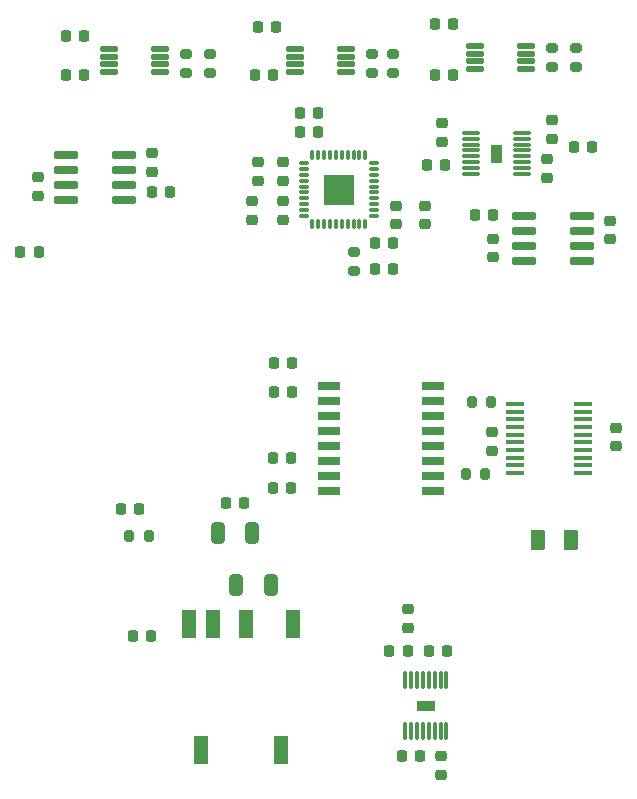
<source format=gtp>
G04 #@! TF.GenerationSoftware,KiCad,Pcbnew,7.0.10*
G04 #@! TF.CreationDate,2024-08-04T13:32:26-04:00*
G04 #@! TF.ProjectId,accessoryidk,61636365-7373-46f7-9279-69646b2e6b69,rev?*
G04 #@! TF.SameCoordinates,Original*
G04 #@! TF.FileFunction,Paste,Top*
G04 #@! TF.FilePolarity,Positive*
%FSLAX46Y46*%
G04 Gerber Fmt 4.6, Leading zero omitted, Abs format (unit mm)*
G04 Created by KiCad (PCBNEW 7.0.10) date 2024-08-04 13:32:26*
%MOMM*%
%LPD*%
G01*
G04 APERTURE LIST*
G04 Aperture macros list*
%AMRoundRect*
0 Rectangle with rounded corners*
0 $1 Rounding radius*
0 $2 $3 $4 $5 $6 $7 $8 $9 X,Y pos of 4 corners*
0 Add a 4 corners polygon primitive as box body*
4,1,4,$2,$3,$4,$5,$6,$7,$8,$9,$2,$3,0*
0 Add four circle primitives for the rounded corners*
1,1,$1+$1,$2,$3*
1,1,$1+$1,$4,$5*
1,1,$1+$1,$6,$7*
1,1,$1+$1,$8,$9*
0 Add four rect primitives between the rounded corners*
20,1,$1+$1,$2,$3,$4,$5,0*
20,1,$1+$1,$4,$5,$6,$7,0*
20,1,$1+$1,$6,$7,$8,$9,0*
20,1,$1+$1,$8,$9,$2,$3,0*%
G04 Aperture macros list end*
%ADD10C,0.010000*%
%ADD11RoundRect,0.218750X-0.256250X0.218750X-0.256250X-0.218750X0.256250X-0.218750X0.256250X0.218750X0*%
%ADD12RoundRect,0.225000X0.225000X0.250000X-0.225000X0.250000X-0.225000X-0.250000X0.225000X-0.250000X0*%
%ADD13RoundRect,0.225000X-0.250000X0.225000X-0.250000X-0.225000X0.250000X-0.225000X0.250000X0.225000X0*%
%ADD14RoundRect,0.225000X0.250000X-0.225000X0.250000X0.225000X-0.250000X0.225000X-0.250000X-0.225000X0*%
%ADD15RoundRect,0.200000X0.275000X-0.200000X0.275000X0.200000X-0.275000X0.200000X-0.275000X-0.200000X0*%
%ADD16RoundRect,0.075000X0.910000X0.225000X-0.910000X0.225000X-0.910000X-0.225000X0.910000X-0.225000X0*%
%ADD17RoundRect,0.225000X-0.225000X-0.250000X0.225000X-0.250000X0.225000X0.250000X-0.225000X0.250000X0*%
%ADD18RoundRect,0.032500X-0.372500X-0.097500X0.372500X-0.097500X0.372500X0.097500X-0.372500X0.097500X0*%
%ADD19RoundRect,0.032500X-0.097500X-0.372500X0.097500X-0.372500X0.097500X0.372500X-0.097500X0.372500X0*%
%ADD20RoundRect,0.060000X0.675000X0.180000X-0.675000X0.180000X-0.675000X-0.180000X0.675000X-0.180000X0*%
%ADD21R,1.910000X0.640000*%
%ADD22RoundRect,0.218750X0.218750X0.256250X-0.218750X0.256250X-0.218750X-0.256250X0.218750X-0.256250X0*%
%ADD23RoundRect,0.250000X-0.325000X-0.650000X0.325000X-0.650000X0.325000X0.650000X-0.325000X0.650000X0*%
%ADD24RoundRect,0.218750X0.256250X-0.218750X0.256250X0.218750X-0.256250X0.218750X-0.256250X-0.218750X0*%
%ADD25RoundRect,0.035000X0.105000X-0.690000X0.105000X0.690000X-0.105000X0.690000X-0.105000X-0.690000X0*%
%ADD26R,1.200000X2.440000*%
%ADD27RoundRect,0.035000X-0.690000X-0.105000X0.690000X-0.105000X0.690000X0.105000X-0.690000X0.105000X0*%
%ADD28RoundRect,0.200000X-0.200000X-0.275000X0.200000X-0.275000X0.200000X0.275000X-0.200000X0.275000X0*%
%ADD29RoundRect,0.250000X-0.375000X-0.625000X0.375000X-0.625000X0.375000X0.625000X-0.375000X0.625000X0*%
%ADD30RoundRect,0.051250X-0.733750X-0.153750X0.733750X-0.153750X0.733750X0.153750X-0.733750X0.153750X0*%
%ADD31RoundRect,0.218750X-0.218750X-0.256250X0.218750X-0.256250X0.218750X0.256250X-0.218750X0.256250X0*%
%ADD32RoundRect,0.200000X0.200000X0.275000X-0.200000X0.275000X-0.200000X-0.275000X0.200000X-0.275000X0*%
%ADD33RoundRect,0.075000X-0.910000X-0.225000X0.910000X-0.225000X0.910000X0.225000X-0.910000X0.225000X0*%
G04 APERTURE END LIST*
D10*
X87082000Y-41362000D02*
X84622000Y-41362000D01*
X84622000Y-38902000D01*
X87082000Y-38902000D01*
X87082000Y-41362000D01*
G36*
X87082000Y-41362000D02*
G01*
X84622000Y-41362000D01*
X84622000Y-38902000D01*
X87082000Y-38902000D01*
X87082000Y-41362000D01*
G37*
X93929000Y-84233000D02*
X92507000Y-84233000D01*
X92507000Y-83407000D01*
X93929000Y-83407000D01*
X93929000Y-84233000D01*
G36*
X93929000Y-84233000D02*
G01*
X92507000Y-84233000D01*
X92507000Y-83407000D01*
X93929000Y-83407000D01*
X93929000Y-84233000D01*
G37*
X99599000Y-37791000D02*
X98773000Y-37791000D01*
X98773000Y-36369000D01*
X99599000Y-36369000D01*
X99599000Y-37791000D01*
G36*
X99599000Y-37791000D02*
G01*
X98773000Y-37791000D01*
X98773000Y-36369000D01*
X99599000Y-36369000D01*
X99599000Y-37791000D01*
G37*
D11*
X103886000Y-34260500D03*
X103886000Y-35835500D03*
D12*
X94881000Y-38096000D03*
X93331000Y-38096000D03*
D13*
X81153000Y-37833000D03*
X81153000Y-39383000D03*
D14*
X103504000Y-39125000D03*
X103504000Y-37575000D03*
D13*
X93188000Y-41516000D03*
X93188000Y-43066000D03*
D15*
X90424000Y-30289000D03*
X90424000Y-28639000D03*
X88646000Y-30289000D03*
X88646000Y-28639000D03*
D13*
X98806000Y-60693000D03*
X98806000Y-62243000D03*
D16*
X106483000Y-46228000D03*
X106483000Y-44958000D03*
X106483000Y-43688000D03*
X106483000Y-42418000D03*
X101543000Y-42418000D03*
X101543000Y-43688000D03*
X101543000Y-44958000D03*
X101543000Y-46228000D03*
D17*
X97396000Y-42291000D03*
X98946000Y-42291000D03*
D14*
X78486000Y-42685000D03*
X78486000Y-41135000D03*
D18*
X82902000Y-37882000D03*
X82902000Y-38382000D03*
X82902000Y-38882000D03*
X82902000Y-39382000D03*
X82902000Y-39882000D03*
X82902000Y-40382000D03*
X82902000Y-40882000D03*
X82902000Y-41382000D03*
X82902000Y-41882000D03*
X82902000Y-42382000D03*
D19*
X83602000Y-43082000D03*
X84102000Y-43082000D03*
X84602000Y-43082000D03*
X85102000Y-43082000D03*
X85602000Y-43082000D03*
X86102000Y-43082000D03*
X86602000Y-43082000D03*
X87102000Y-43082000D03*
X87602000Y-43082000D03*
X88102000Y-43082000D03*
D18*
X88802000Y-42382000D03*
X88802000Y-41882000D03*
X88802000Y-41382000D03*
X88802000Y-40882000D03*
X88802000Y-40382000D03*
X88802000Y-39882000D03*
X88802000Y-39382000D03*
X88802000Y-38882000D03*
X88802000Y-38382000D03*
X88802000Y-37882000D03*
D19*
X88102000Y-37182000D03*
X87602000Y-37182000D03*
X87102000Y-37182000D03*
X86602000Y-37182000D03*
X86102000Y-37182000D03*
X85602000Y-37182000D03*
X85102000Y-37182000D03*
X84602000Y-37182000D03*
X84102000Y-37182000D03*
X83602000Y-37182000D03*
D12*
X95517000Y-30480000D03*
X93967000Y-30480000D03*
D20*
X101718000Y-29931000D03*
X101718000Y-29281000D03*
X101718000Y-28631000D03*
X101718000Y-27981000D03*
X97418000Y-27981000D03*
X97418000Y-28631000D03*
X97418000Y-29281000D03*
X97418000Y-29931000D03*
D12*
X81801000Y-62865000D03*
X80251000Y-62865000D03*
X90437000Y-44704000D03*
X88887000Y-44704000D03*
D20*
X86478000Y-30185000D03*
X86478000Y-29535000D03*
X86478000Y-28885000D03*
X86478000Y-28235000D03*
X82178000Y-28235000D03*
X82178000Y-28885000D03*
X82178000Y-29535000D03*
X82178000Y-30185000D03*
D21*
X85023000Y-56769000D03*
X85023000Y-58039000D03*
X85023000Y-59309000D03*
X85023000Y-60579000D03*
X85023000Y-61849000D03*
X85023000Y-63119000D03*
X85023000Y-64389000D03*
X85023000Y-65659000D03*
X93793000Y-65659000D03*
X93793000Y-64389000D03*
X93793000Y-63119000D03*
X93793000Y-61849000D03*
X93793000Y-60579000D03*
X93793000Y-59309000D03*
X93793000Y-58039000D03*
X93793000Y-56769000D03*
D20*
X70730000Y-30185000D03*
X70730000Y-29535000D03*
X70730000Y-28885000D03*
X70730000Y-28235000D03*
X66430000Y-28235000D03*
X66430000Y-28885000D03*
X66430000Y-29535000D03*
X66430000Y-30185000D03*
D22*
X60464750Y-45466000D03*
X58889750Y-45466000D03*
D13*
X60382000Y-39103000D03*
X60382000Y-40653000D03*
D23*
X75583000Y-69215000D03*
X78533000Y-69215000D03*
D15*
X72898000Y-30289000D03*
X72898000Y-28639000D03*
D13*
X109347000Y-60312000D03*
X109347000Y-61862000D03*
X91694000Y-75679000D03*
X91694000Y-77229000D03*
D12*
X95517000Y-26162000D03*
X93967000Y-26162000D03*
D17*
X76283000Y-66675000D03*
X77833000Y-66675000D03*
D12*
X90450000Y-46863000D03*
X88900000Y-46863000D03*
X80531000Y-26416000D03*
X78981000Y-26416000D03*
D15*
X74930000Y-30289000D03*
X74930000Y-28639000D03*
D12*
X71571000Y-40386000D03*
X70021000Y-40386000D03*
D17*
X82537000Y-35306000D03*
X84087000Y-35306000D03*
D13*
X78994000Y-37833000D03*
X78994000Y-39383000D03*
D24*
X70034000Y-38633500D03*
X70034000Y-37058500D03*
D15*
X105918000Y-29781000D03*
X105918000Y-28131000D03*
D17*
X82537000Y-33655000D03*
X84087000Y-33655000D03*
X93459000Y-79248000D03*
X95009000Y-79248000D03*
D25*
X91468000Y-85980000D03*
X91968000Y-85980000D03*
X92468000Y-85980000D03*
X92968000Y-85980000D03*
X93468000Y-85980000D03*
X93968000Y-85980000D03*
X94468000Y-85980000D03*
X94968000Y-85980000D03*
X94968000Y-81660000D03*
X94468000Y-81660000D03*
X93968000Y-81660000D03*
X93468000Y-81660000D03*
X92968000Y-81660000D03*
X92468000Y-81660000D03*
X91968000Y-81660000D03*
X91468000Y-81660000D03*
D13*
X90678000Y-41516000D03*
X90678000Y-43066000D03*
D26*
X73188500Y-76951500D03*
X75188500Y-76951500D03*
X77988500Y-76951500D03*
X81988500Y-76951500D03*
X74188500Y-87591500D03*
X80988500Y-87591500D03*
D27*
X97026000Y-35330000D03*
X97026000Y-35830000D03*
X97026000Y-36330000D03*
X97026000Y-36830000D03*
X97026000Y-37330000D03*
X97026000Y-37830000D03*
X97026000Y-38330000D03*
X97026000Y-38830000D03*
X101346000Y-38830000D03*
X101346000Y-38330000D03*
X101346000Y-37830000D03*
X101346000Y-37330000D03*
X101346000Y-36830000D03*
X101346000Y-36330000D03*
X101346000Y-35830000D03*
X101346000Y-35330000D03*
D12*
X81928000Y-57277000D03*
X80378000Y-57277000D03*
D28*
X96584000Y-64262000D03*
X98234000Y-64262000D03*
D14*
X81153000Y-42685000D03*
X81153000Y-41135000D03*
D29*
X102740000Y-69850000D03*
X105540000Y-69850000D03*
D30*
X100762000Y-58289000D03*
X100762000Y-58939000D03*
X100762000Y-59589000D03*
X100762000Y-60239000D03*
X100762000Y-60889000D03*
X100762000Y-61539000D03*
X100762000Y-62189000D03*
X100762000Y-62839000D03*
X100762000Y-63489000D03*
X100762000Y-64139000D03*
X106502000Y-64139000D03*
X106502000Y-63489000D03*
X106502000Y-62839000D03*
X106502000Y-62189000D03*
X106502000Y-61539000D03*
X106502000Y-60889000D03*
X106502000Y-60239000D03*
X106502000Y-59589000D03*
X106502000Y-58939000D03*
X106502000Y-58289000D03*
D12*
X81801000Y-65375000D03*
X80251000Y-65375000D03*
D13*
X94614000Y-34527000D03*
X94614000Y-36077000D03*
D11*
X98933000Y-44297500D03*
X98933000Y-45872500D03*
D17*
X91173000Y-88138000D03*
X92723000Y-88138000D03*
D12*
X64275000Y-27178000D03*
X62725000Y-27178000D03*
D15*
X103886000Y-29781000D03*
X103886000Y-28131000D03*
D23*
X77129500Y-73635500D03*
X80079500Y-73635500D03*
D12*
X80277000Y-30480000D03*
X78727000Y-30480000D03*
X81928000Y-54864000D03*
X80378000Y-54864000D03*
X64275000Y-30480000D03*
X62725000Y-30480000D03*
D13*
X94488000Y-88125000D03*
X94488000Y-89675000D03*
D31*
X68419000Y-77953500D03*
X69994000Y-77953500D03*
D14*
X108839000Y-44336000D03*
X108839000Y-42786000D03*
D28*
X97092000Y-58166000D03*
X98742000Y-58166000D03*
D15*
X87135000Y-47053000D03*
X87135000Y-45403000D03*
D31*
X90144500Y-79248000D03*
X91719500Y-79248000D03*
D32*
X69755000Y-69469000D03*
X68105000Y-69469000D03*
D33*
X62738000Y-37211000D03*
X62738000Y-38481000D03*
X62738000Y-39751000D03*
X62738000Y-41021000D03*
X67678000Y-41021000D03*
X67678000Y-39751000D03*
X67678000Y-38481000D03*
X67678000Y-37211000D03*
D22*
X68955500Y-67183000D03*
X67380500Y-67183000D03*
D12*
X107327000Y-36572000D03*
X105777000Y-36572000D03*
M02*

</source>
